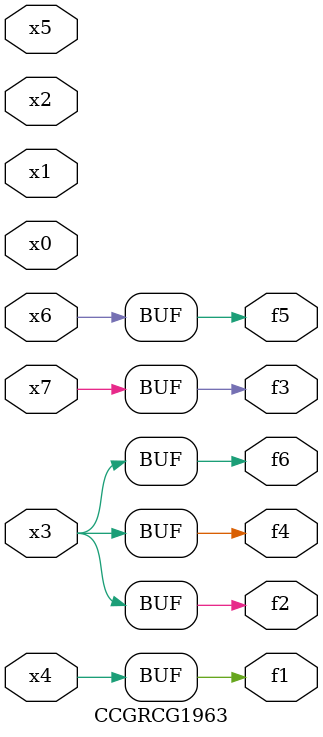
<source format=v>
module CCGRCG1963(
	input x0, x1, x2, x3, x4, x5, x6, x7,
	output f1, f2, f3, f4, f5, f6
);
	assign f1 = x4;
	assign f2 = x3;
	assign f3 = x7;
	assign f4 = x3;
	assign f5 = x6;
	assign f6 = x3;
endmodule

</source>
